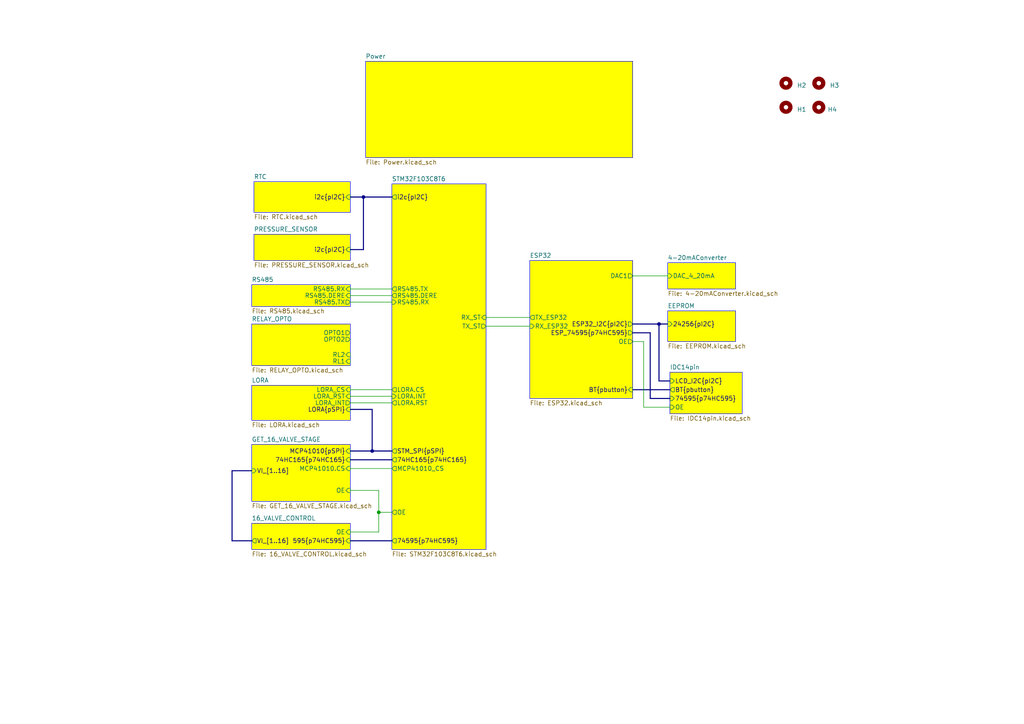
<source format=kicad_sch>
(kicad_sch (version 20230121) (generator eeschema)
  (paper "A4")
  (lib_symbols
    (symbol "Mechanical:MountingHole" (pin_names (offset 1.016))
      (property "Reference" "H" (at 0 5.08 0))
      (property "Value" "MountingHole" (at 0 3.175 0))
      (symbol "MountingHole_0_1"
        (circle (center 0 0) (radius 1.27) (stroke (width 1.27)))
      )
    )
  )
  (junction (at 109.855 148.59))
  (junction (at 191.135 93.98))
  (junction (at 107.95 130.81))
  (junction (at 105.41 57.15))
  (bus (pts (xy 191.135 110.49) (xy 191.135 93.98)))
  (wire (pts (xy 101.6 87.63) (xy 113.665 87.63)))
  (wire (pts (xy 140.97 94.615) (xy 153.67 94.615)))
  (bus (pts (xy 183.515 113.03) (xy 194.31 113.03)))
  (wire (pts (xy 101.6 135.89) (xy 113.665 135.89)))
  (wire (pts (xy 101.6 116.84) (xy 113.665 116.84)))
  (bus (pts (xy 183.515 93.98) (xy 191.135 93.98)))
  (bus (pts (xy 188.595 96.52) (xy 188.595 115.57)))
  (wire (pts (xy 109.855 154.305) (xy 109.855 148.59)))
  (bus (pts (xy 101.6 118.745) (xy 107.95 118.745)))
  (bus (pts (xy 67.31 156.845) (xy 67.31 136.525)))
  (wire (pts (xy 101.6 113.03) (xy 113.665 113.03)))
  (wire (pts (xy 101.6 114.935) (xy 113.665 114.935)))
  (wire (pts (xy 101.6 83.82) (xy 113.665 83.82)))
  (wire (pts (xy 186.69 118.11) (xy 194.31 118.11)))
  (bus (pts (xy 183.515 96.52) (xy 188.595 96.52)))
  (bus (pts (xy 101.6 72.39) (xy 105.41 72.39)))
  (wire (pts (xy 101.6 85.725) (xy 113.665 85.725)))
  (bus (pts (xy 188.595 115.57) (xy 194.31 115.57)))
  (bus (pts (xy 67.31 136.525) (xy 73.025 136.525)))
  (wire (pts (xy 109.855 148.59) (xy 113.665 148.59)))
  (bus (pts (xy 101.6 133.35) (xy 113.665 133.35)))
  (bus (pts (xy 105.41 72.39) (xy 105.41 57.15)))
  (wire (pts (xy 183.515 99.06) (xy 186.69 99.06)))
  (bus (pts (xy 101.6 130.81) (xy 107.95 130.81)))
  (wire (pts (xy 186.69 99.06) (xy 186.69 118.11)))
  (bus (pts (xy 194.31 110.49) (xy 191.135 110.49)))
  (wire (pts (xy 140.97 92.075) (xy 153.67 92.075)))
  (bus (pts (xy 191.135 93.98) (xy 193.675 93.98)))
  (wire (pts (xy 101.6 154.305) (xy 109.855 154.305)))
  (wire (pts (xy 109.855 142.24) (xy 101.6 142.24)))
  (wire (pts (xy 183.515 80.01) (xy 193.675 80.01)))
  (bus (pts (xy 101.6 57.15) (xy 105.41 57.15)))
  (bus (pts (xy 101.6 156.845) (xy 113.665 156.845)))
  (bus (pts (xy 73.025 156.845) (xy 67.31 156.845)))
  (wire (pts (xy 109.855 148.59) (xy 109.855 142.24)))
  (bus (pts (xy 107.95 130.81) (xy 113.665 130.81)))
  (bus (pts (xy 105.41 57.15) (xy 113.665 57.15)))
  (bus (pts (xy 107.95 118.745) (xy 107.95 130.81)))
  (symbol (lib_id "Mechanical:MountingHole") (at 227.965 31.115 0) (unit 1)
    (property "Reference" "H1" (at 231.14 31.75 0) (effects (justify left)))
    (property "Value" "MountingHole" (effects hide))
    (property "Footprint" "MountingHole:MountingHole_3.2mm_M3_Pad_Via" (effects hide))
  )
  (symbol (lib_id "Mechanical:MountingHole") (at 227.965 24.13 0) (unit 1)
    (property "Reference" "H2" (at 231.14 24.765 0) (effects (justify left)))
    (property "Value" "MountingHole" (effects hide))
    (property "Footprint" "MountingHole:MountingHole_3.2mm_M3_Pad_Via" (effects hide))
  )
  (symbol (lib_id "Mechanical:MountingHole") (at 237.49 31.115 0) (unit 1)
    (property "Reference" "H4" (at 240.03 31.75 0) (effects (justify left)))
    (property "Value" "MountingHole" (effects hide))
    (property "Footprint" "MountingHole:MountingHole_3.2mm_M3_Pad_Via" (effects hide))
  )
  (symbol (lib_id "Mechanical:MountingHole") (at 237.49 24.13 0) (unit 1)
    (property "Reference" "H3" (at 240.665 24.765 0) (effects (justify left)))
    (property "Value" "MountingHole" (effects hide))
    (property "Footprint" "MountingHole:MountingHole_3.2mm_M3_Pad_Via" (effects hide))
  )
  (sheet (at 73.66 67.945) (size 27.94 7.62) (stroke (width 0.1524) (color 0 0 255 1)) (fill (color 255 255 0 1.0000))
    (property "Sheetname" "PRESSURE_SENSOR" (at 73.66 67.2334 0) (effects (justify left bottom)))
    (property "Sheetfile" "PRESSURE_SENSOR.kicad_sch" (at 73.66 76.1496 0) (effects (justify left top)))
    (pin "i2c{pI2C}" input (at 101.6 72.39 0))
  )
  (sheet (at 73.025 111.76) (size 28.575 10.16) (stroke (width 0.1524) (color 0 0 255 1)) (fill (color 255 255 0 1.0000))
    (property "Sheetname" "LORA" (at 73.025 111.0484 0) (effects (justify left bottom)))
    (property "Sheetfile" "LORA.kicad_sch" (at 73.025 122.5046 0) (effects (justify left top)))
    (pin "LORA_INT" output (at 101.6 116.84 0))
    (pin "LORA_RST" input (at 101.6 114.935 0))
    (pin "LORA_CS" input (at 101.6 113.03 0))
    (pin "LORA{pSPI}" input (at 101.6 118.745 0))
  )
  (sheet (at 73.025 93.98) (size 28.575 12.065) (stroke (width 0.1524) (color 0 0 255 1)) (fill (color 255 255 0 1.0000))
    (property "Sheetname" "RELAY_OPTO" (at 73.025 93.2684 0) (effects (justify left bottom)))
    (property "Sheetfile" "RELAY_OPTO.kicad_sch" (at 73.025 106.6296 0) (effects (justify left top)))
    (pin "OPTO1" output (at 101.6 96.52 0))
    (pin "RL1" input (at 101.6 104.775 0))
    (pin "RL2" input (at 101.6 102.87 0))
    (pin "OPTO2" output (at 101.6 98.425 0))
  )
  (sheet (at 73.025 82.55) (size 28.575 6.35) (stroke (width 0.1524) (color 0 0 255 1)) (fill (color 255 255 0 1.0000))
    (property "Sheetname" "RS485" (at 73.025 81.8384 0) (effects (justify left bottom)))
    (property "Sheetfile" "RS485.kicad_sch" (at 73.025 89.4846 0) (effects (justify left top)))
    (pin "RS485.RX" input (at 101.6 83.82 0))
    (pin "RS485.TX" output (at 101.6 87.63 0))
    (pin "RS485.DERE" input (at 101.6 85.725 0))
  )
  (sheet (at 193.675 76.2) (size 19.685 7.62) (stroke (width 0.1524) (color 0 0 255 1)) (fill (color 255 255 0 1.0000))
    (property "Sheetname" "4-20mAConverter" (at 193.675 75.4884 0) (effects (justify left bottom)))
    (property "Sheetfile" "4-20mAConverter.kicad_sch" (at 193.675 84.4046 0) (effects (justify left top)))
    (pin "DAC_4_20mA" input (at 193.675 80.01 180))
  )
  (sheet (at 106.045 17.78) (size 77.47 27.94) (stroke (width 0.1524) (color 0 0 255 1)) (fill (color 255 255 0 1.0000))
    (property "Sheetname" "Power" (at 106.045 17.0684 0) (effects (justify left bottom)))
    (property "Sheetfile" "Power.kicad_sch" (at 106.045 46.3046 0) (effects (justify left top)))
  )
  (sheet (at 73.025 151.765) (size 28.575 7.62) (stroke (width 0.1524) (color 0 0 255 1)) (fill (color 255 255 0 1.0000))
    (property "Sheetname" "16_VALVE_CONTROL" (at 73.025 151.0534 0) (effects (justify left bottom)))
    (property "Sheetfile" "16_VALVE_CONTROL.kicad_sch" (at 73.025 159.9696 0) (effects (justify left top)))
    (pin "OE" input (at 101.6 154.305 0))
    (pin "VI_[1..16]" output (at 73.025 156.845 180))
    (pin "595{p74HC595}" input (at 101.6 156.845 0))
  )
  (sheet (at 73.025 128.905) (size 28.575 16.51) (stroke (width 0.1524) (color 0 0 255 1)) (fill (color 255 255 0 1.0000))
    (property "Sheetname" "GET_16_VALVE_STAGE" (at 73.025 128.1934 0) (effects (justify left bottom)))
    (property "Sheetfile" "GET_16_VALVE_STAGE.kicad_sch" (at 73.025 145.9996 0) (effects (justify left top)))
    (pin "OE" input (at 101.6 142.24 0))
    (pin "VI_[1..16]" input (at 73.025 136.525 180))
    (pin "MCP41010{pSPI}" input (at 101.6 130.81 0))
    (pin "74HC165{p74HC165}" input (at 101.6 133.35 0))
    (pin "MCP41010.CS" input (at 101.6 135.89 0))
  )
  (sheet (at 73.66 52.705) (size 27.94 8.89) (stroke (width 0.1524) (color 0 0 255 1)) (fill (color 255 255 0 1.0000))
    (property "Sheetname" "RTC" (at 73.66 51.9934 0) (effects (justify left bottom)))
    (property "Sheetfile" "RTC.kicad_sch" (at 73.66 62.1796 0) (effects (justify left top)))
    (pin "i2c{pI2C}" input (at 101.6 57.15 0))
  )
  (sheet (at 194.31 107.95) (size 20.955 12.065) (stroke (width 0.1524) (color 0 0 255 1)) (fill (color 255 255 0 1.0000))
    (property "Sheetname" "IDC14pin" (at 194.31 107.2384 0) (effects (justify left bottom)))
    (property "Sheetfile" "IDC14pin.kicad_sch" (at 194.31 120.5996 0) (effects (justify left top)))
    (pin "OE" input (at 194.31 118.11 180))
    (pin "BT{pbutton}" output (at 194.31 113.03 180))
    (pin "74595{p74HC595}" input (at 194.31 115.57 180))
    (pin "LCD_I2C{pI2C}" input (at 194.31 110.49 180))
  )
  (sheet (at 193.675 90.17) (size 19.685 8.89) (stroke (width 0.1524) (color 0 0 255 1)) (fill (color 255 255 0 1.0000))
    (property "Sheetname" "EEPROM" (at 193.675 89.4584 0) (effects (justify left bottom)))
    (property "Sheetfile" "EEPROM.kicad_sch" (at 193.675 99.6446 0) (effects (justify left top)))
    (pin "24256{pI2C}" input (at 193.675 93.98 180))
  )
  (sheet (at 113.665 53.34) (size 27.305 106.045) (stroke (width 0.1524) (color 0 0 255 1)) (fill (color 255 255 0 1.0000))
    (property "Sheetname" "STM32F103C8T6" (at 113.665 52.6284 0) (effects (justify left bottom)))
    (property "Sheetfile" "STM32F103C8T6.kicad_sch" (at 113.665 159.9696 0) (effects (justify left top)))
    (pin "RX_ST" input (at 140.97 92.075 0))
    (pin "TX_ST" output (at 140.97 94.615 0))
    (pin "OE" output (at 113.665 148.59 180))
    (pin "RS485.RX" input (at 113.665 87.63 180))
    (pin "RS485.DERE" output (at 113.665 85.725 180))
    (pin "RS485.TX" output (at 113.665 83.82 180))
    (pin "74HC165{p74HC165}" output (at 113.665 133.35 180))
    (pin "i2c{pI2C}" output (at 113.665 57.15 180))
    (pin "STM_SPI{pSPI}" output (at 113.665 130.81 180))
    (pin "74595{p74HC595}" output (at 113.665 156.845 180))
    (pin "LORA.CS" output (at 113.665 113.03 180))
    (pin "LORA.INT" input (at 113.665 114.935 180))
    (pin "LORA.RST" output (at 113.665 116.84 180))
    (pin "MCP41010_CS" output (at 113.665 135.89 180))
  )
  (sheet (at 153.67 75.565) (size 29.845 40.005) (stroke (width 0.1524) (color 0 0 255 1)) (fill (color 255 255 0 1.0000))
    (property "Sheetname" "ESP32" (at 153.67 74.8534 0) (effects (justify left bottom)))
    (property "Sheetfile" "ESP32.kicad_sch" (at 153.67 116.1546 0) (effects (justify left top)))
    (pin "TX_ESP32" output (at 153.67 92.075 180))
    (pin "RX_ESP32" input (at 153.67 94.615 180))
    (pin "DAC1" output (at 183.515 80.01 0))
    (pin "OE" output (at 183.515 99.06 0))
    (pin "BT{pbutton}" input (at 183.515 113.03 0))
    (pin "ESP32_I2C{pI2C}" output (at 183.515 93.98 0))
    (pin "ESP_74595{p74HC595}" output (at 183.515 96.52 0))
  )
)
</source>
